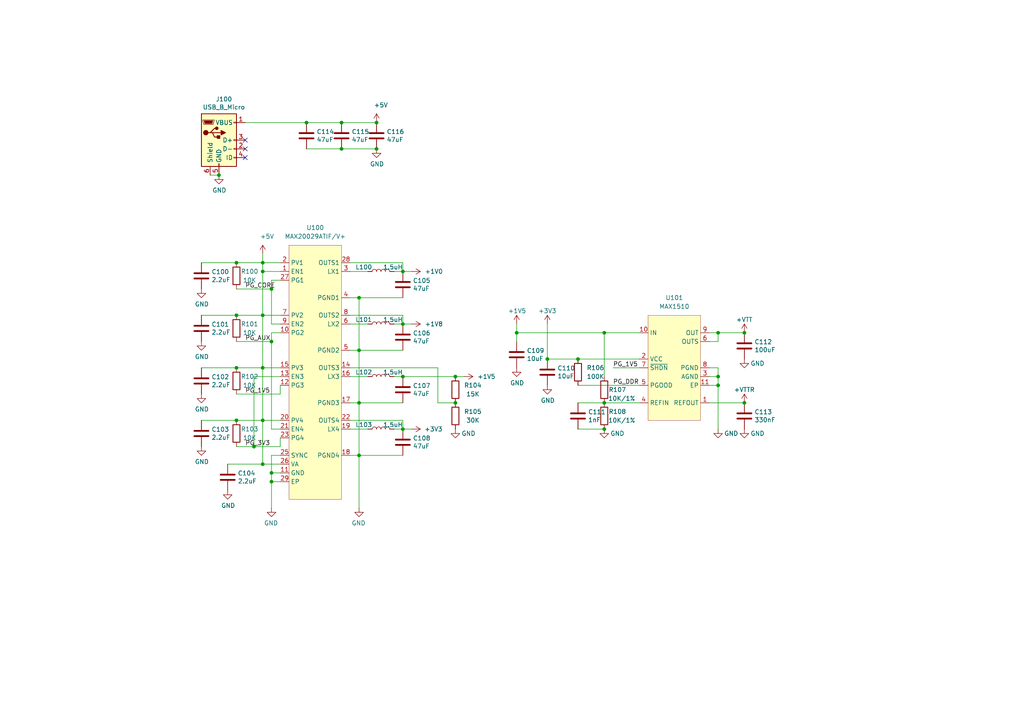
<source format=kicad_sch>
(kicad_sch (version 20210123) (generator eeschema)
  (paper "A4")
  (title_block (title "Dramite") (date "2021-01-22") (rev "R0.1") (company "Wenting Zhang"))
  (lib_symbols
    (symbol "Connector:USB_B_Micro" (pin_names (offset 1.016))
      (property "Reference" "J" (at -5.08 11.43 0))
      (property "Value" "USB_B_Micro" (at -5.08 8.89 0))
      (symbol "USB_B_Micro_0_1"
        (circle (center -3.81 2.159) (radius 0.635) (stroke (width 0.254)) (fill (type outline)))
        (circle (center -0.635 3.429) (radius 0.381) (stroke (width 0.254)) (fill (type outline)))
        (rectangle (start -5.08 -7.62) (end 5.08 7.62) (stroke (width 0.254)) (fill (type background)))
        (rectangle (start -0.127 -7.62) (end 0.127 -6.858))
        (rectangle (start 0.254 1.27) (end -0.508 0.508) (stroke (width 0.254)) (fill (type outline)))
        (rectangle (start 5.08 -5.207) (end 4.318 -4.953))
        (rectangle (start 5.08 -2.667) (end 4.318 -2.413))
        (rectangle (start 5.08 -0.127) (end 4.318 0.127))
        (rectangle (start 5.08 4.953) (end 4.318 5.207))
        (polyline (pts (xy -1.905 2.159) (xy 0.635 2.159)) (stroke (width 0.254)))
        (polyline (pts (xy -3.175 2.159) (xy -2.54 2.159) (xy -1.27 3.429) (xy -0.635 3.429)) (stroke (width 0.254)))
        (polyline (pts (xy -2.54 2.159) (xy -1.905 2.159) (xy -1.27 0.889) (xy 0 0.889)) (stroke (width 0.254)))
        (polyline (pts (xy 0.635 2.794) (xy 0.635 1.524) (xy 1.905 2.159) (xy 0.635 2.794)) (stroke (width 0.254)) (fill (type outline)))
        (polyline (pts (xy -4.318 5.588) (xy -1.778 5.588) (xy -2.032 4.826) (xy -4.064 4.826) (xy -4.318 5.588)) (fill (type outline)))
        (polyline (pts (xy -4.699 5.842) (xy -4.699 5.588) (xy -4.445 4.826) (xy -4.445 4.572) (xy -1.651 4.572) (xy -1.651 4.826) (xy -1.397 5.588) (xy -1.397 5.842) (xy -4.699 5.842)))
      )
      (symbol "USB_B_Micro_1_1"
        (pin power_out line (at 7.62 5.08 180) (length 2.54) (name "VBUS") (number "1"))
        (pin bidirectional line (at 7.62 -2.54 180) (length 2.54) (name "D-") (number "2"))
        (pin bidirectional line (at 7.62 0 180) (length 2.54) (name "D+") (number "3"))
        (pin passive line (at 7.62 -5.08 180) (length 2.54) (name "ID") (number "4"))
        (pin power_out line (at 0 -10.16 90) (length 2.54) (name "GND") (number "5"))
        (pin passive line (at -2.54 -10.16 90) (length 2.54) (name "Shield") (number "6"))
      )
    )
    (symbol "Device:C" (pin_numbers hide) (pin_names (offset 0.254))
      (property "Reference" "C" (at 0.635 2.54 0))
      (property "Value" "C" (at 0.635 -2.54 0))
      (symbol "C_0_1"
        (polyline (pts (xy -2.032 -0.762) (xy 2.032 -0.762)) (stroke (width 0.508)))
        (polyline (pts (xy -2.032 0.762) (xy 2.032 0.762)) (stroke (width 0.508)))
      )
      (symbol "C_1_1"
        (pin passive line (at 0 3.81 270) (length 2.794) (name "~") (number "1"))
        (pin passive line (at 0 -3.81 90) (length 2.794) (name "~") (number "2"))
      )
    )
    (symbol "Device:L" (pin_numbers hide) (pin_names (offset 1.016) hide)
      (property "Reference" "L" (at -1.27 0 90))
      (property "Value" "L" (at 1.905 0 90))
      (symbol "L_0_1"
        (arc (start 0 -2.54) (end 0 -1.27) (radius (at 0 -1.905) (length 0.635) (angles -89.9 89.9)))
        (arc (start 0 -1.27) (end 0 0) (radius (at 0 -0.635) (length 0.635) (angles -89.9 89.9)))
        (arc (start 0 0) (end 0 1.27) (radius (at 0 0.635) (length 0.635) (angles -89.9 89.9)))
        (arc (start 0 1.27) (end 0 2.54) (radius (at 0 1.905) (length 0.635) (angles -89.9 89.9)))
      )
      (symbol "L_1_1"
        (pin passive line (at 0 3.81 270) (length 1.27) (name "1") (number "1"))
        (pin passive line (at 0 -3.81 90) (length 1.27) (name "2") (number "2"))
      )
    )
    (symbol "Device:R" (pin_numbers hide) (pin_names (offset 0))
      (property "Reference" "R" (at 2.032 0 90))
      (property "Value" "R" (at 0 0 90))
      (symbol "R_0_1"
        (rectangle (start -1.016 -2.54) (end 1.016 2.54) (stroke (width 0.254)))
      )
      (symbol "R_1_1"
        (pin passive line (at 0 3.81 270) (length 1.27) (name "~") (number "1"))
        (pin passive line (at 0 -3.81 90) (length 1.27) (name "~") (number "2"))
      )
    )
    (symbol "power:+1V0" (power) (pin_names (offset 0))
      (property "Value" "+1V0" (at 0 3.556 0))
      (symbol "+1V0_0_1"
        (polyline (pts (xy -0.762 1.27) (xy 0 2.54)))
        (polyline (pts (xy 0 0) (xy 0 2.54)))
        (polyline (pts (xy 0 2.54) (xy 0.762 1.27)))
      )
      (symbol "+1V0_1_1"
        (pin power_in line (at 0 0 90) (length 0) hide (name "+1V0") (number "1"))
      )
    )
    (symbol "power:+1V5" (power) (pin_names (offset 0))
      (property "Value" "+1V5" (at 0 3.556 0))
      (symbol "+1V5_0_1"
        (polyline (pts (xy -0.762 1.27) (xy 0 2.54)))
        (polyline (pts (xy 0 0) (xy 0 2.54)))
        (polyline (pts (xy 0 2.54) (xy 0.762 1.27)))
      )
      (symbol "+1V5_1_1"
        (pin power_in line (at 0 0 90) (length 0) hide (name "+1V5") (number "1"))
      )
    )
    (symbol "power:+1V8" (power) (pin_names (offset 0))
      (property "Value" "+1V8" (at 0 3.556 0))
      (symbol "+1V8_0_1"
        (polyline (pts (xy -0.762 1.27) (xy 0 2.54)))
        (polyline (pts (xy 0 0) (xy 0 2.54)))
        (polyline (pts (xy 0 2.54) (xy 0.762 1.27)))
      )
      (symbol "+1V8_1_1"
        (pin power_in line (at 0 0 90) (length 0) hide (name "+1V8") (number "1"))
      )
    )
    (symbol "power:+3V3" (power) (pin_names (offset 0))
      (property "Value" "+3V3" (at 0 3.556 0))
      (symbol "+3V3_0_1"
        (polyline (pts (xy -0.762 1.27) (xy 0 2.54)))
        (polyline (pts (xy 0 0) (xy 0 2.54)))
        (polyline (pts (xy 0 2.54) (xy 0.762 1.27)))
      )
      (symbol "+3V3_1_1"
        (pin power_in line (at 0 0 90) (length 0) hide (name "+3V3") (number "1"))
      )
    )
    (symbol "power:+5V" (power) (pin_names (offset 0))
      (property "Value" "+5V" (at 0 3.556 0))
      (symbol "+5V_0_1"
        (polyline (pts (xy -0.762 1.27) (xy 0 2.54)))
        (polyline (pts (xy 0 0) (xy 0 2.54)))
        (polyline (pts (xy 0 2.54) (xy 0.762 1.27)))
      )
      (symbol "+5V_1_1"
        (pin power_in line (at 0 0 90) (length 0) hide (name "+5V") (number "1"))
      )
    )
    (symbol "power:GND" (power) (pin_names (offset 0))
      (property "Value" "GND" (at 0 -3.81 0))
      (symbol "GND_0_1"
        (polyline (pts (xy 0 0) (xy 0 -1.27) (xy 1.27 -1.27) (xy 0 -2.54) (xy -1.27 -1.27) (xy 0 -1.27)))
      )
      (symbol "GND_1_1"
        (pin power_in line (at 0 0 270) (length 0) hide (name "GND") (number "1"))
      )
    )
    (symbol "symbols:+VTT" (power) (pin_names (offset 0))
      (property "Value" "+VTT" (at 0 3.556 0))
      (symbol "+VTT_0_1"
        (polyline (pts (xy -0.762 1.27) (xy 0 2.54)))
        (polyline (pts (xy 0 0) (xy 0 2.54)))
        (polyline (pts (xy 0 2.54) (xy 0.762 1.27)))
      )
      (symbol "+VTT_1_1"
        (pin power_in line (at 0 0 90) (length 0) hide (name "+VTT") (number "1"))
      )
    )
    (symbol "symbols:+VTTR" (power) (pin_names (offset 0))
      (property "Value" "+VTTR" (at 0 3.556 0))
      (symbol "+VTTR_0_1"
        (polyline (pts (xy -0.762 1.27) (xy 0 2.54)))
        (polyline (pts (xy 0 0) (xy 0 2.54)))
        (polyline (pts (xy 0 2.54) (xy 0.762 1.27)))
      )
      (symbol "+VTTR_1_1"
        (pin power_in line (at 0 0 90) (length 0) hide (name "+VTTR") (number "1"))
      )
    )
    (symbol "symbols:MAX1510"
      (property "Reference" "U" (at 0 0 0))
      (property "Value" "MAX1510" (at 0 -2.54 0))
      (symbol "MAX1510_0_1"
        (rectangle (start -7.62 -5.08) (end 7.62 -35.56) (stroke (width 0.001)) (fill (type background)))
      )
      (symbol "MAX1510_1_1"
        (pin power_in line (at -10.16 -10.16 0) (length 2.54) (name "IN") (number "10"))
        (pin power_in line (at -10.16 -17.78 0) (length 2.54) (name "VCC") (number "2"))
        (pin input line (at -10.16 -20.32 0) (length 2.54) (name "~SHDN") (number "7"))
        (pin output line (at -10.16 -25.4 0) (length 2.54) (name "PGOOD") (number "5"))
        (pin input line (at -10.16 -30.48 0) (length 2.54) (name "REFIN") (number "4"))
        (pin power_out line (at 10.16 -10.16 180) (length 2.54) (name "OUT") (number "9"))
        (pin input line (at 10.16 -12.7 180) (length 2.54) (name "OUTS") (number "6"))
        (pin power_in line (at 10.16 -20.32 180) (length 2.54) (name "PGND") (number "8"))
        (pin power_in line (at 10.16 -22.86 180) (length 2.54) (name "AGND") (number "3"))
        (pin power_out line (at 10.16 -30.48 180) (length 2.54) (name "REFOUT") (number "1"))
        (pin power_in line (at 10.16 -25.4 180) (length 2.54) (name "EP") (number "11"))
      )
    )
    (symbol "symbols:MAX20029"
      (property "Reference" "U" (at 0 0 0))
      (property "Value" "MAX20029" (at 0 -2.54 0))
      (symbol "MAX20029_0_1"
        (rectangle (start -7.62 -5.08) (end 7.62 -78.74) (stroke (width 0.001)) (fill (type background)))
      )
      (symbol "MAX20029_1_1"
        (pin power_in line (at -10.16 -10.16 0) (length 2.54) (name "PV1") (number "2"))
        (pin power_in line (at -10.16 -25.4 0) (length 2.54) (name "PV2") (number "7"))
        (pin power_in line (at -10.16 -40.64 0) (length 2.54) (name "PV3") (number "15"))
        (pin power_in line (at -10.16 -55.88 0) (length 2.54) (name "PV4") (number "20"))
        (pin input line (at -10.16 -12.7 0) (length 2.54) (name "EN1") (number "1"))
        (pin input line (at -10.16 -27.94 0) (length 2.54) (name "EN2") (number "9"))
        (pin input line (at -10.16 -43.18 0) (length 2.54) (name "EN3") (number "13"))
        (pin input line (at -10.16 -58.42 0) (length 2.54) (name "EN4") (number "21"))
        (pin output line (at -10.16 -15.24 0) (length 2.54) (name "PG1") (number "27"))
        (pin output line (at -10.16 -30.48 0) (length 2.54) (name "PG2") (number "10"))
        (pin output line (at -10.16 -45.72 0) (length 2.54) (name "PG3") (number "12"))
        (pin output line (at -10.16 -60.96 0) (length 2.54) (name "PG4") (number "23"))
        (pin power_in line (at -10.16 -68.58 0) (length 2.54) (name "VA") (number "26"))
        (pin power_in line (at -10.16 -71.12 0) (length 2.54) (name "GND") (number "11"))
        (pin power_out line (at 10.16 -10.16 180) (length 2.54) (name "OUTS1") (number "28"))
        (pin power_out line (at 10.16 -12.7 180) (length 2.54) (name "LX1") (number "3"))
        (pin power_in line (at 10.16 -20.32 180) (length 2.54) (name "PGND1") (number "4"))
        (pin power_in line (at 10.16 -35.56 180) (length 2.54) (name "PGND2") (number "5"))
        (pin power_in line (at 10.16 -50.8 180) (length 2.54) (name "PGND3") (number "17"))
        (pin power_in line (at 10.16 -66.04 180) (length 2.54) (name "PGND4") (number "18"))
        (pin power_out line (at 10.16 -25.4 180) (length 2.54) (name "OUTS2") (number "8"))
        (pin power_out line (at 10.16 -40.64 180) (length 2.54) (name "OUTS3") (number "14"))
        (pin power_out line (at 10.16 -55.88 180) (length 2.54) (name "OUTS4") (number "22"))
        (pin power_out line (at 10.16 -27.94 180) (length 2.54) (name "LX2") (number "6"))
        (pin power_out line (at 10.16 -43.18 180) (length 2.54) (name "LX3") (number "16"))
        (pin power_out line (at 10.16 -58.42 180) (length 2.54) (name "LX4") (number "19"))
        (pin power_in line (at -10.16 -73.66 0) (length 2.54) (name "EP") (number "29"))
        (pin output line (at -10.16 -71.12 0) (length 2.54) hide (name "GND") (number "24"))
        (pin input line (at -10.16 -66.04 0) (length 2.54) (name "SYNC") (number "25"))
      )
    )
  )
  (junction (at 63.5 50.8) (diameter 0.9144))
  (junction (at 68.58 76.2) (diameter 0.9144))
  (junction (at 68.58 91.44) (diameter 0.9144))
  (junction (at 68.58 106.68) (diameter 0.9144))
  (junction (at 68.58 121.92) (diameter 0.9144))
  (junction (at 73.66 129.54) (diameter 0.9144))
  (junction (at 76.2 76.2) (diameter 0.9144))
  (junction (at 76.2 78.74) (diameter 0.9144))
  (junction (at 76.2 91.44) (diameter 0.9144))
  (junction (at 76.2 106.68) (diameter 0.9144))
  (junction (at 76.2 121.92) (diameter 0.9144))
  (junction (at 76.2 134.62) (diameter 0.9144))
  (junction (at 78.74 83.82) (diameter 0.9144))
  (junction (at 78.74 99.06) (diameter 0.9144))
  (junction (at 78.74 137.16) (diameter 0.9144))
  (junction (at 78.74 139.7) (diameter 0.9144))
  (junction (at 88.9 35.56) (diameter 0.9144))
  (junction (at 99.06 35.56) (diameter 0.9144))
  (junction (at 99.06 43.18) (diameter 0.9144))
  (junction (at 104.14 86.36) (diameter 0.9144))
  (junction (at 104.14 101.6) (diameter 0.9144))
  (junction (at 104.14 116.84) (diameter 0.9144))
  (junction (at 104.14 132.08) (diameter 0.9144))
  (junction (at 109.22 35.56) (diameter 0.9144))
  (junction (at 109.22 43.18) (diameter 0.9144))
  (junction (at 116.84 78.74) (diameter 0.9144))
  (junction (at 116.84 93.98) (diameter 0.9144))
  (junction (at 116.84 109.22) (diameter 0.9144))
  (junction (at 116.84 124.46) (diameter 0.9144))
  (junction (at 132.08 109.22) (diameter 0.9144))
  (junction (at 132.08 116.84) (diameter 0.9144))
  (junction (at 149.86 96.52) (diameter 0.9144))
  (junction (at 158.75 104.14) (diameter 0.9144))
  (junction (at 167.64 104.14) (diameter 0.9144))
  (junction (at 175.26 96.52) (diameter 0.9144))
  (junction (at 175.26 116.84) (diameter 0.9144))
  (junction (at 175.26 124.46) (diameter 0.9144))
  (junction (at 208.28 96.52) (diameter 0.9144))
  (junction (at 208.28 109.22) (diameter 0.9144))
  (junction (at 208.28 111.76) (diameter 0.9144))
  (junction (at 215.9 96.52) (diameter 0.9144))
  (junction (at 215.9 116.84) (diameter 0.9144))
  (no_connect (at 71.12 40.64))
  (no_connect (at 71.12 43.18))
  (no_connect (at 71.12 45.72))
  (wire (pts (xy 58.42 76.2) (xy 68.58 76.2)))
  (wire (pts (xy 58.42 91.44) (xy 68.58 91.44)))
  (wire (pts (xy 58.42 106.68) (xy 68.58 106.68)))
  (wire (pts (xy 58.42 121.92) (xy 68.58 121.92)))
  (wire (pts (xy 60.96 50.8) (xy 63.5 50.8)))
  (wire (pts (xy 66.04 134.62) (xy 76.2 134.62)))
  (wire (pts (xy 68.58 76.2) (xy 76.2 76.2)))
  (wire (pts (xy 68.58 83.82) (xy 78.74 83.82)))
  (wire (pts (xy 68.58 91.44) (xy 76.2 91.44)))
  (wire (pts (xy 68.58 99.06) (xy 78.74 99.06)))
  (wire (pts (xy 68.58 106.68) (xy 76.2 106.68)))
  (wire (pts (xy 68.58 121.92) (xy 76.2 121.92)))
  (wire (pts (xy 68.58 129.54) (xy 73.66 129.54)))
  (wire (pts (xy 71.12 35.56) (xy 88.9 35.56)))
  (wire (pts (xy 73.66 109.22) (xy 81.28 109.22)))
  (wire (pts (xy 73.66 129.54) (xy 73.66 109.22)))
  (wire (pts (xy 73.66 129.54) (xy 81.28 129.54)))
  (wire (pts (xy 76.2 73.66) (xy 76.2 76.2)))
  (wire (pts (xy 76.2 76.2) (xy 76.2 78.74)))
  (wire (pts (xy 76.2 76.2) (xy 81.28 76.2)))
  (wire (pts (xy 76.2 78.74) (xy 76.2 91.44)))
  (wire (pts (xy 76.2 78.74) (xy 81.28 78.74)))
  (wire (pts (xy 76.2 91.44) (xy 76.2 106.68)))
  (wire (pts (xy 76.2 91.44) (xy 81.28 91.44)))
  (wire (pts (xy 76.2 106.68) (xy 76.2 121.92)))
  (wire (pts (xy 76.2 106.68) (xy 81.28 106.68)))
  (wire (pts (xy 76.2 121.92) (xy 76.2 134.62)))
  (wire (pts (xy 76.2 121.92) (xy 81.28 121.92)))
  (wire (pts (xy 76.2 134.62) (xy 81.28 134.62)))
  (wire (pts (xy 78.74 81.28) (xy 78.74 83.82)))
  (wire (pts (xy 78.74 83.82) (xy 78.74 93.98)))
  (wire (pts (xy 78.74 93.98) (xy 81.28 93.98)))
  (wire (pts (xy 78.74 96.52) (xy 78.74 99.06)))
  (wire (pts (xy 78.74 99.06) (xy 78.74 124.46)))
  (wire (pts (xy 78.74 124.46) (xy 81.28 124.46)))
  (wire (pts (xy 78.74 132.08) (xy 78.74 137.16)))
  (wire (pts (xy 78.74 137.16) (xy 78.74 139.7)))
  (wire (pts (xy 78.74 139.7) (xy 78.74 147.32)))
  (wire (pts (xy 78.74 139.7) (xy 81.28 139.7)))
  (wire (pts (xy 81.28 81.28) (xy 78.74 81.28)))
  (wire (pts (xy 81.28 96.52) (xy 78.74 96.52)))
  (wire (pts (xy 81.28 111.76) (xy 81.28 114.3)))
  (wire (pts (xy 81.28 114.3) (xy 68.58 114.3)))
  (wire (pts (xy 81.28 127) (xy 81.28 129.54)))
  (wire (pts (xy 81.28 132.08) (xy 78.74 132.08)))
  (wire (pts (xy 81.28 137.16) (xy 78.74 137.16)))
  (wire (pts (xy 88.9 35.56) (xy 99.06 35.56)))
  (wire (pts (xy 88.9 43.18) (xy 99.06 43.18)))
  (wire (pts (xy 99.06 35.56) (xy 109.22 35.56)))
  (wire (pts (xy 99.06 43.18) (xy 109.22 43.18)))
  (wire (pts (xy 101.6 76.2) (xy 116.84 76.2)))
  (wire (pts (xy 101.6 78.74) (xy 106.68 78.74)))
  (wire (pts (xy 101.6 86.36) (xy 104.14 86.36)))
  (wire (pts (xy 101.6 91.44) (xy 116.84 91.44)))
  (wire (pts (xy 101.6 93.98) (xy 106.68 93.98)))
  (wire (pts (xy 101.6 101.6) (xy 104.14 101.6)))
  (wire (pts (xy 101.6 109.22) (xy 106.68 109.22)))
  (wire (pts (xy 101.6 116.84) (xy 104.14 116.84)))
  (wire (pts (xy 101.6 121.92) (xy 116.84 121.92)))
  (wire (pts (xy 101.6 124.46) (xy 106.68 124.46)))
  (wire (pts (xy 101.6 132.08) (xy 104.14 132.08)))
  (wire (pts (xy 104.14 86.36) (xy 104.14 101.6)))
  (wire (pts (xy 104.14 86.36) (xy 116.84 86.36)))
  (wire (pts (xy 104.14 101.6) (xy 104.14 116.84)))
  (wire (pts (xy 104.14 101.6) (xy 116.84 101.6)))
  (wire (pts (xy 104.14 116.84) (xy 104.14 132.08)))
  (wire (pts (xy 104.14 116.84) (xy 116.84 116.84)))
  (wire (pts (xy 104.14 132.08) (xy 104.14 147.32)))
  (wire (pts (xy 104.14 132.08) (xy 116.84 132.08)))
  (wire (pts (xy 114.3 78.74) (xy 116.84 78.74)))
  (wire (pts (xy 114.3 93.98) (xy 116.84 93.98)))
  (wire (pts (xy 114.3 109.22) (xy 116.84 109.22)))
  (wire (pts (xy 114.3 124.46) (xy 116.84 124.46)))
  (wire (pts (xy 116.84 76.2) (xy 116.84 78.74)))
  (wire (pts (xy 116.84 91.44) (xy 116.84 93.98)))
  (wire (pts (xy 116.84 109.22) (xy 132.08 109.22)))
  (wire (pts (xy 116.84 121.92) (xy 116.84 124.46)))
  (wire (pts (xy 119.38 78.74) (xy 116.84 78.74)))
  (wire (pts (xy 119.38 93.98) (xy 116.84 93.98)))
  (wire (pts (xy 119.38 124.46) (xy 116.84 124.46)))
  (wire (pts (xy 127 106.68) (xy 101.6 106.68)))
  (wire (pts (xy 127 116.84) (xy 127 106.68)))
  (wire (pts (xy 132.08 109.22) (xy 134.62 109.22)))
  (wire (pts (xy 132.08 116.84) (xy 127 116.84)))
  (wire (pts (xy 149.86 93.98) (xy 149.86 96.52)))
  (wire (pts (xy 149.86 96.52) (xy 149.86 99.06)))
  (wire (pts (xy 149.86 96.52) (xy 175.26 96.52)))
  (wire (pts (xy 158.75 93.98) (xy 158.75 104.14)))
  (wire (pts (xy 158.75 104.14) (xy 167.64 104.14)))
  (wire (pts (xy 167.64 104.14) (xy 185.42 104.14)))
  (wire (pts (xy 167.64 111.76) (xy 185.42 111.76)))
  (wire (pts (xy 167.64 116.84) (xy 175.26 116.84)))
  (wire (pts (xy 167.64 124.46) (xy 175.26 124.46)))
  (wire (pts (xy 175.26 96.52) (xy 185.42 96.52)))
  (wire (pts (xy 175.26 109.22) (xy 175.26 96.52)))
  (wire (pts (xy 175.26 116.84) (xy 185.42 116.84)))
  (wire (pts (xy 177.8 106.68) (xy 185.42 106.68)))
  (wire (pts (xy 205.74 99.06) (xy 208.28 99.06)))
  (wire (pts (xy 205.74 106.68) (xy 208.28 106.68)))
  (wire (pts (xy 205.74 109.22) (xy 208.28 109.22)))
  (wire (pts (xy 205.74 111.76) (xy 208.28 111.76)))
  (wire (pts (xy 205.74 116.84) (xy 215.9 116.84)))
  (wire (pts (xy 208.28 96.52) (xy 205.74 96.52)))
  (wire (pts (xy 208.28 96.52) (xy 215.9 96.52)))
  (wire (pts (xy 208.28 99.06) (xy 208.28 96.52)))
  (wire (pts (xy 208.28 106.68) (xy 208.28 109.22)))
  (wire (pts (xy 208.28 109.22) (xy 208.28 111.76)))
  (wire (pts (xy 208.28 111.76) (xy 208.28 124.46)))
  (label "PG_CORE" (at 71.12 83.82 0))
  (label "PG_AUX" (at 71.12 99.06 0))
  (label "PG_1V5" (at 71.12 114.3 0))
  (label "PG_3V3" (at 71.12 129.54 0))
  (label "PG_1V5" (at 177.8 106.68 0))
  (label "PG_DDR" (at 177.8 111.76 0))
  (symbol (lib_id "power:+5V") (at 76.2 73.66 0) (unit 1)
    (property "Reference" "#PWR?" (effects hide))
    (property "Value" "+5V" (at 77.47 68.58 0))
  )
  (symbol (lib_id "power:+5V") (at 109.22 35.56 0) (unit 1)
    (property "Reference" "#PWR?" (effects hide))
    (property "Value" "+5V" (at 110.49 30.48 0))
  )
  (symbol (lib_id "power:+1V0") (at 119.38 78.74 270) (unit 1)
    (property "Reference" "#PWR?" (effects hide))
    (property "Value" "+1V0" (at 123.19 78.74 90) (effects (justify left)))
  )
  (symbol (lib_id "power:+1V8") (at 119.38 93.98 270) (unit 1)
    (property "Reference" "#PWR?" (effects hide))
    (property "Value" "+1V8" (at 123.19 93.98 90) (effects (justify left)))
  )
  (symbol (lib_id "power:+3V3") (at 119.38 124.46 270) (unit 1)
    (property "Reference" "#PWR?" (effects hide))
    (property "Value" "+3V3" (at 125.73 124.46 90))
  )
  (symbol (lib_id "power:+1V5") (at 134.62 109.22 270) (unit 1)
    (property "Reference" "#PWR?" (effects hide))
    (property "Value" "+1V5" (at 138.43 109.22 90) (effects (justify left)))
  )
  (symbol (lib_id "power:+1V5") (at 149.86 93.98 0) (unit 1)
    (property "Reference" "#PWR?" (effects hide))
    (property "Value" "+1V5" (at 147.32 90.17 0) (effects (justify left)))
  )
  (symbol (lib_id "power:+3V3") (at 158.75 93.98 0) (unit 1)
    (property "Reference" "#PWR?" (effects hide))
    (property "Value" "+3V3" (at 158.75 90.17 0))
  )
  (symbol (lib_id "symbols:+VTT") (at 215.9 96.52 0) (unit 1)
    (property "Reference" "#PWR?" (effects hide))
    (property "Value" "+VTT" (at 215.9 92.71 0))
  )
  (symbol (lib_id "symbols:+VTTR") (at 215.9 116.84 0) (unit 1)
    (property "Reference" "#PWR?" (effects hide))
    (property "Value" "+VTTR" (at 215.9 113.03 0))
  )
  (symbol (lib_id "Device:L") (at 110.49 78.74 90) (unit 1)
    (property "Reference" "L100" (at 107.95 77.47 90) (effects (justify left)))
    (property "Value" "1.5uH" (at 116.84 77.47 90) (effects (justify left)))
    (property "Footprint" "Inductor_SMD:L_Vishay_IHLP-1616" (effects hide))
  )
  (symbol (lib_id "Device:L") (at 110.49 93.98 90) (unit 1)
    (property "Reference" "L101" (at 107.95 92.71 90) (effects (justify left)))
    (property "Value" "1.5uH" (at 116.84 92.71 90) (effects (justify left)))
    (property "Footprint" "Inductor_SMD:L_Vishay_IHLP-1616" (effects hide))
  )
  (symbol (lib_id "Device:L") (at 110.49 109.22 90) (unit 1)
    (property "Reference" "L102" (at 107.95 107.95 90) (effects (justify left)))
    (property "Value" "1.5uH" (at 116.84 107.95 90) (effects (justify left)))
    (property "Footprint" "Inductor_SMD:L_Vishay_IHLP-1616" (effects hide))
  )
  (symbol (lib_id "Device:L") (at 110.49 124.46 90) (unit 1)
    (property "Reference" "L103" (at 107.95 123.19 90) (effects (justify left)))
    (property "Value" "1.5uH" (at 116.84 123.19 90) (effects (justify left)))
    (property "Footprint" "Inductor_SMD:L_Vishay_IHLP-1616" (effects hide))
  )
  (symbol (lib_id "power:GND") (at 58.42 83.82 0) (unit 1)
    (property "Reference" "#PWR?" (effects hide))
    (property "Value" "GND" (at 58.547 88.2142 0))
  )
  (symbol (lib_id "power:GND") (at 58.42 99.06 0) (unit 1)
    (property "Reference" "#PWR?" (effects hide))
    (property "Value" "GND" (at 58.547 103.4542 0))
  )
  (symbol (lib_id "power:GND") (at 58.42 114.3 0) (unit 1)
    (property "Reference" "#PWR?" (effects hide))
    (property "Value" "GND" (at 58.547 118.6942 0))
  )
  (symbol (lib_id "power:GND") (at 58.42 129.54 0) (unit 1)
    (property "Reference" "#PWR?" (effects hide))
    (property "Value" "GND" (at 58.547 133.9342 0))
  )
  (symbol (lib_id "power:GND") (at 63.5 50.8 0) (unit 1)
    (property "Reference" "#PWR?" (effects hide))
    (property "Value" "GND" (at 63.627 55.1942 0))
  )
  (symbol (lib_id "power:GND") (at 66.04 142.24 0) (unit 1)
    (property "Reference" "#PWR?" (effects hide))
    (property "Value" "GND" (at 66.167 146.6342 0))
  )
  (symbol (lib_id "power:GND") (at 78.74 147.32 0) (mirror y) (unit 1)
    (property "Reference" "#PWR?" (effects hide))
    (property "Value" "GND" (at 78.613 151.7142 0))
  )
  (symbol (lib_id "power:GND") (at 104.14 147.32 0) (mirror y) (unit 1)
    (property "Reference" "#PWR?" (effects hide))
    (property "Value" "GND" (at 104.013 151.7142 0))
  )
  (symbol (lib_id "power:GND") (at 109.22 43.18 0) (unit 1)
    (property "Reference" "#PWR?" (effects hide))
    (property "Value" "GND" (at 109.347 47.5742 0))
  )
  (symbol (lib_id "power:GND") (at 132.08 124.46 0) (mirror y) (unit 1)
    (property "Reference" "#PWR?" (effects hide))
    (property "Value" "GND" (at 135.89 125.73 0))
  )
  (symbol (lib_id "power:GND") (at 149.86 106.68 0) (unit 1)
    (property "Reference" "#PWR?" (effects hide))
    (property "Value" "GND" (at 149.987 111.0742 0))
  )
  (symbol (lib_id "power:GND") (at 158.75 111.76 0) (unit 1)
    (property "Reference" "#PWR?" (effects hide))
    (property "Value" "GND" (at 158.877 116.1542 0))
  )
  (symbol (lib_id "power:GND") (at 175.26 124.46 0) (mirror y) (unit 1)
    (property "Reference" "#PWR?" (effects hide))
    (property "Value" "GND" (at 179.07 125.73 0))
  )
  (symbol (lib_id "power:GND") (at 208.28 124.46 0) (mirror y) (unit 1)
    (property "Reference" "#PWR?" (effects hide))
    (property "Value" "GND" (at 212.09 125.73 0))
  )
  (symbol (lib_id "power:GND") (at 215.9 104.14 0) (mirror y) (unit 1)
    (property "Reference" "#PWR?" (effects hide))
    (property "Value" "GND" (at 219.71 105.41 0))
  )
  (symbol (lib_id "power:GND") (at 215.9 124.46 0) (mirror y) (unit 1)
    (property "Reference" "#PWR?" (effects hide))
    (property "Value" "GND" (at 219.71 125.73 0))
  )
  (symbol (lib_id "Device:R") (at 68.58 80.01 180) (unit 1)
    (property "Reference" "R100" (at 72.39 78.74 0))
    (property "Value" "10K" (at 72.39 81.28 0))
    (property "Footprint" "Resistor_SMD:R_0603_1608Metric" (effects hide))
  )
  (symbol (lib_id "Device:R") (at 68.58 95.25 180) (unit 1)
    (property "Reference" "R101" (at 72.39 93.98 0))
    (property "Value" "10K" (at 72.39 96.52 0))
    (property "Footprint" "Resistor_SMD:R_0603_1608Metric" (effects hide))
  )
  (symbol (lib_id "Device:R") (at 68.58 110.49 180) (unit 1)
    (property "Reference" "R102" (at 72.39 109.22 0))
    (property "Value" "10K" (at 72.39 111.76 0))
    (property "Footprint" "Resistor_SMD:R_0603_1608Metric" (effects hide))
  )
  (symbol (lib_id "Device:R") (at 68.58 125.73 180) (unit 1)
    (property "Reference" "R103" (at 72.39 124.46 0))
    (property "Value" "10K" (at 72.39 127 0))
    (property "Footprint" "Resistor_SMD:R_0603_1608Metric" (effects hide))
  )
  (symbol (lib_id "Device:R") (at 132.08 113.03 180) (unit 1)
    (property "Reference" "R104" (at 137.16 111.76 0))
    (property "Value" "15K" (at 137.16 114.3 0))
    (property "Footprint" "Resistor_SMD:R_0603_1608Metric" (effects hide))
  )
  (symbol (lib_id "Device:R") (at 132.08 120.65 180) (unit 1)
    (property "Reference" "R105" (at 137.16 119.38 0))
    (property "Value" "30K" (at 137.16 121.92 0))
    (property "Footprint" "Resistor_SMD:R_0603_1608Metric" (effects hide))
  )
  (symbol (lib_id "Device:R") (at 167.64 107.95 180) (unit 1)
    (property "Reference" "R106" (at 172.72 106.68 0))
    (property "Value" "100K" (at 172.72 109.22 0))
    (property "Footprint" "Resistor_SMD:R_0603_1608Metric" (effects hide))
  )
  (symbol (lib_id "Device:R") (at 175.26 113.03 180) (unit 1)
    (property "Reference" "R107" (at 179.07 113.03 0))
    (property "Value" "10K/1%" (at 180.34 115.57 0))
    (property "Footprint" "Resistor_SMD:R_0603_1608Metric" (effects hide))
  )
  (symbol (lib_id "Device:R") (at 175.26 120.65 180) (unit 1)
    (property "Reference" "R108" (at 179.07 119.38 0))
    (property "Value" "10K/1%" (at 180.34 121.92 0))
    (property "Footprint" "Resistor_SMD:R_0603_1608Metric" (effects hide))
  )
  (symbol (lib_id "Device:C") (at 58.42 80.01 0) (unit 1)
    (property "Reference" "C100" (at 61.341 78.842 0) (effects (justify left)))
    (property "Value" "2.2uF" (at 61.341 81.153 0) (effects (justify left)))
    (property "Footprint" "Capacitor_SMD:C_0603_1608Metric" (effects hide))
  )
  (symbol (lib_id "Device:C") (at 58.42 95.25 0) (unit 1)
    (property "Reference" "C101" (at 61.341 94.082 0) (effects (justify left)))
    (property "Value" "2.2uF" (at 61.341 96.393 0) (effects (justify left)))
    (property "Footprint" "Capacitor_SMD:C_0603_1608Metric" (effects hide))
  )
  (symbol (lib_id "Device:C") (at 58.42 110.49 0) (unit 1)
    (property "Reference" "C102" (at 61.341 109.322 0) (effects (justify left)))
    (property "Value" "2.2uF" (at 61.341 111.633 0) (effects (justify left)))
    (property "Footprint" "Capacitor_SMD:C_0603_1608Metric" (effects hide))
  )
  (symbol (lib_id "Device:C") (at 58.42 125.73 0) (unit 1)
    (property "Reference" "C103" (at 61.341 124.562 0) (effects (justify left)))
    (property "Value" "2.2uF" (at 61.341 126.873 0) (effects (justify left)))
    (property "Footprint" "Capacitor_SMD:C_0603_1608Metric" (effects hide))
  )
  (symbol (lib_id "Device:C") (at 66.04 138.43 0) (unit 1)
    (property "Reference" "C104" (at 68.961 137.262 0) (effects (justify left)))
    (property "Value" "2.2uF" (at 68.961 139.573 0) (effects (justify left)))
    (property "Footprint" "Capacitor_SMD:C_0603_1608Metric" (effects hide))
  )
  (symbol (lib_id "Device:C") (at 88.9 39.37 0) (unit 1)
    (property "Reference" "C114" (at 91.821 38.202 0) (effects (justify left)))
    (property "Value" "47uF" (at 91.821 40.513 0) (effects (justify left)))
    (property "Footprint" "Capacitor_SMD:C_1206_3216Metric" (effects hide))
  )
  (symbol (lib_id "Device:C") (at 99.06 39.37 0) (unit 1)
    (property "Reference" "C115" (at 101.981 38.202 0) (effects (justify left)))
    (property "Value" "47uF" (at 101.981 40.513 0) (effects (justify left)))
    (property "Footprint" "Capacitor_SMD:C_1206_3216Metric" (effects hide))
  )
  (symbol (lib_id "Device:C") (at 109.22 39.37 0) (unit 1)
    (property "Reference" "C116" (at 112.141 38.202 0) (effects (justify left)))
    (property "Value" "47uF" (at 112.141 40.513 0) (effects (justify left)))
    (property "Footprint" "Capacitor_SMD:C_1206_3216Metric" (effects hide))
  )
  (symbol (lib_id "Device:C") (at 116.84 82.55 0) (unit 1)
    (property "Reference" "C105" (at 119.761 81.382 0) (effects (justify left)))
    (property "Value" "47uF" (at 119.761 83.693 0) (effects (justify left)))
    (property "Footprint" "Capacitor_SMD:C_0805_2012Metric" (effects hide))
  )
  (symbol (lib_id "Device:C") (at 116.84 97.79 0) (unit 1)
    (property "Reference" "C106" (at 119.761 96.622 0) (effects (justify left)))
    (property "Value" "47uF" (at 119.761 98.933 0) (effects (justify left)))
    (property "Footprint" "Capacitor_SMD:C_0805_2012Metric" (effects hide))
  )
  (symbol (lib_id "Device:C") (at 116.84 113.03 0) (unit 1)
    (property "Reference" "C107" (at 119.761 111.862 0) (effects (justify left)))
    (property "Value" "47uF" (at 119.761 114.173 0) (effects (justify left)))
    (property "Footprint" "Capacitor_SMD:C_0805_2012Metric" (effects hide))
  )
  (symbol (lib_id "Device:C") (at 116.84 128.27 0) (unit 1)
    (property "Reference" "C108" (at 119.761 127.102 0) (effects (justify left)))
    (property "Value" "47uF" (at 119.761 129.413 0) (effects (justify left)))
    (property "Footprint" "Capacitor_SMD:C_0805_2012Metric" (effects hide))
  )
  (symbol (lib_id "Device:C") (at 149.86 102.87 0) (unit 1)
    (property "Reference" "C109" (at 152.781 101.702 0) (effects (justify left)))
    (property "Value" "10uF" (at 152.781 104.013 0) (effects (justify left)))
    (property "Footprint" "Capacitor_SMD:C_0603_1608Metric" (effects hide))
  )
  (symbol (lib_id "Device:C") (at 158.75 107.95 0) (unit 1)
    (property "Reference" "C110" (at 161.671 106.782 0) (effects (justify left)))
    (property "Value" "10uF" (at 161.671 109.093 0) (effects (justify left)))
    (property "Footprint" "Capacitor_SMD:C_0603_1608Metric" (effects hide))
  )
  (symbol (lib_id "Device:C") (at 167.64 120.65 0) (unit 1)
    (property "Reference" "C111" (at 170.561 119.482 0) (effects (justify left)))
    (property "Value" "1nF" (at 170.561 121.793 0) (effects (justify left)))
    (property "Footprint" "Capacitor_SMD:C_0402_1005Metric" (effects hide))
  )
  (symbol (lib_id "Device:C") (at 215.9 100.33 0) (unit 1)
    (property "Reference" "C112" (at 218.821 99.162 0) (effects (justify left)))
    (property "Value" "100uF" (at 218.821 101.473 0) (effects (justify left)))
    (property "Footprint" "Capacitor_SMD:C_1206_3216Metric" (effects hide))
  )
  (symbol (lib_id "Device:C") (at 215.9 120.65 0) (unit 1)
    (property "Reference" "C113" (at 218.821 119.482 0) (effects (justify left)))
    (property "Value" "330nF" (at 218.821 121.793 0) (effects (justify left)))
    (property "Footprint" "Capacitor_SMD:C_0402_1005Metric" (effects hide))
  )
  (symbol (lib_id "Connector:USB_B_Micro") (at 63.5 40.64 0) (unit 1)
    (property "Reference" "J100" (at 64.948 28.778 0))
    (property "Value" "USB_B_Micro" (at 64.9478 31.0896 0))
    (property "Footprint" "Connector_USB:USB_Micro-B_Amphenol_10103594-0001LF_Horizontal" (effects hide))
  )
  (symbol (lib_id "symbols:MAX1510") (at 195.58 86.36 0) (unit 1)
    (property "Reference" "U101" (at 195.58 86.36 0))
    (property "Value" "MAX1510" (at 195.58 88.9 0))
    (property "Footprint" "Package_DFN_QFN:DFN-10-1EP_3x3mm_P0.5mm_EP1.55x2.48mm" (effects hide))
  )
  (symbol (lib_id "symbols:MAX20029") (at 91.44 66.04 0) (unit 1)
    (property "Reference" "U100" (at 91.44 66.04 0))
    (property "Value" "MAX20029ATIF/V+" (at 91.44 68.58 0))
    (property "Footprint" "Package_DFN_QFN:QFN-28-1EP_5x5mm_P0.5mm_EP3.35x3.35mm_ThermalVias" (effects hide))
  )
)
</source>
